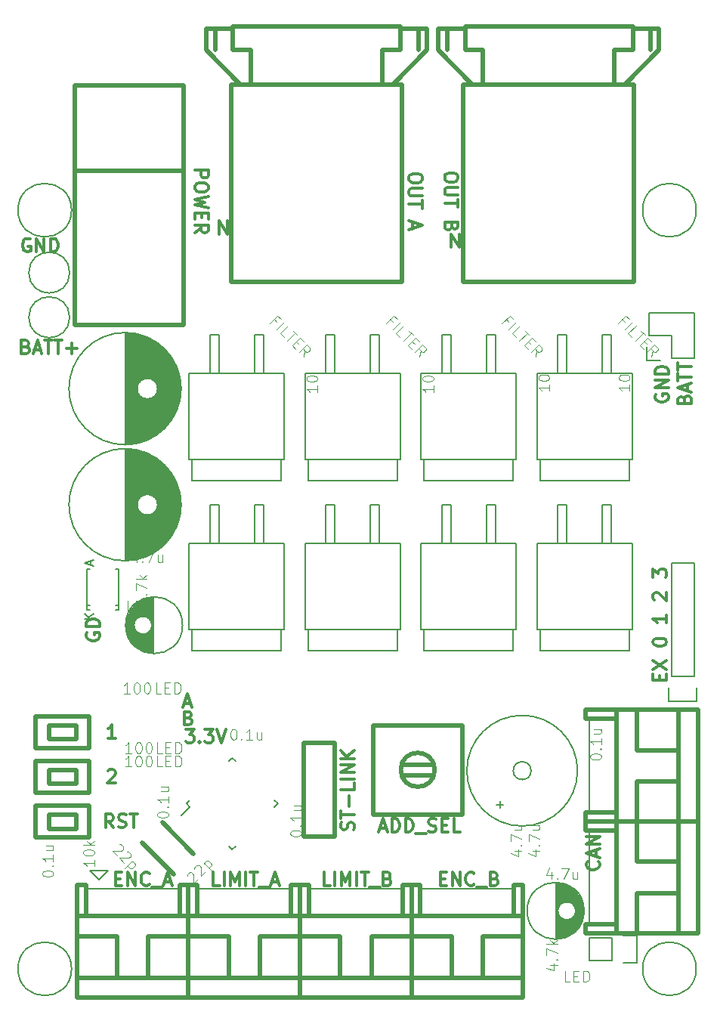
<source format=gbr>
G04 #@! TF.FileFunction,Legend,Top*
%FSLAX46Y46*%
G04 Gerber Fmt 4.6, Leading zero omitted, Abs format (unit mm)*
G04 Created by KiCad (PCBNEW 4.0.4-stable) date 11/07/16 11:26:06*
%MOMM*%
%LPD*%
G01*
G04 APERTURE LIST*
%ADD10C,0.100000*%
%ADD11C,0.300000*%
%ADD12C,0.200000*%
%ADD13C,0.500000*%
%ADD14C,0.150000*%
%ADD15C,0.101600*%
G04 APERTURE END LIST*
D10*
D11*
X65035714Y-77964285D02*
X65107143Y-78035714D01*
X65178571Y-78250000D01*
X65178571Y-78392857D01*
X65107143Y-78607142D01*
X64964286Y-78750000D01*
X64821429Y-78821428D01*
X64535714Y-78892857D01*
X64321429Y-78892857D01*
X64035714Y-78821428D01*
X63892857Y-78750000D01*
X63750000Y-78607142D01*
X63678571Y-78392857D01*
X63678571Y-78250000D01*
X63750000Y-78035714D01*
X63821429Y-77964285D01*
X64750000Y-77392857D02*
X64750000Y-76678571D01*
X65178571Y-77535714D02*
X63678571Y-77035714D01*
X65178571Y-76535714D01*
X65178571Y-76035714D02*
X63678571Y-76035714D01*
X65178571Y-75178571D01*
X63678571Y-75178571D01*
X71475000Y-25642857D02*
X71403571Y-25785714D01*
X71403571Y-26000000D01*
X71475000Y-26214285D01*
X71617857Y-26357143D01*
X71760714Y-26428571D01*
X72046429Y-26500000D01*
X72260714Y-26500000D01*
X72546429Y-26428571D01*
X72689286Y-26357143D01*
X72832143Y-26214285D01*
X72903571Y-26000000D01*
X72903571Y-25857143D01*
X72832143Y-25642857D01*
X72760714Y-25571428D01*
X72260714Y-25571428D01*
X72260714Y-25857143D01*
X72903571Y-24928571D02*
X71403571Y-24928571D01*
X72903571Y-24071428D01*
X71403571Y-24071428D01*
X72903571Y-23357142D02*
X71403571Y-23357142D01*
X71403571Y-22999999D01*
X71475000Y-22785714D01*
X71617857Y-22642856D01*
X71760714Y-22571428D01*
X72046429Y-22499999D01*
X72260714Y-22499999D01*
X72546429Y-22571428D01*
X72689286Y-22642856D01*
X72832143Y-22785714D01*
X72903571Y-22999999D01*
X72903571Y-23357142D01*
X74667857Y-26178571D02*
X74739286Y-25964285D01*
X74810714Y-25892857D01*
X74953571Y-25821428D01*
X75167857Y-25821428D01*
X75310714Y-25892857D01*
X75382143Y-25964285D01*
X75453571Y-26107143D01*
X75453571Y-26678571D01*
X73953571Y-26678571D01*
X73953571Y-26178571D01*
X74025000Y-26035714D01*
X74096429Y-25964285D01*
X74239286Y-25892857D01*
X74382143Y-25892857D01*
X74525000Y-25964285D01*
X74596429Y-26035714D01*
X74667857Y-26178571D01*
X74667857Y-26678571D01*
X75025000Y-25250000D02*
X75025000Y-24535714D01*
X75453571Y-25392857D02*
X73953571Y-24892857D01*
X75453571Y-24392857D01*
X73953571Y-24107143D02*
X73953571Y-23250000D01*
X75453571Y-23678571D02*
X73953571Y-23678571D01*
X73953571Y-22964286D02*
X73953571Y-22107143D01*
X75453571Y-22535714D02*
X73953571Y-22535714D01*
X71892857Y-57678570D02*
X71892857Y-57178570D01*
X72678571Y-56964284D02*
X72678571Y-57678570D01*
X71178571Y-57678570D01*
X71178571Y-56964284D01*
X71178571Y-56464284D02*
X72678571Y-55464284D01*
X71178571Y-55464284D02*
X72678571Y-56464284D01*
X71178571Y-53464285D02*
X71178571Y-53321428D01*
X71250000Y-53178571D01*
X71321429Y-53107142D01*
X71464286Y-53035713D01*
X71750000Y-52964285D01*
X72107143Y-52964285D01*
X72392857Y-53035713D01*
X72535714Y-53107142D01*
X72607143Y-53178571D01*
X72678571Y-53321428D01*
X72678571Y-53464285D01*
X72607143Y-53607142D01*
X72535714Y-53678571D01*
X72392857Y-53749999D01*
X72107143Y-53821428D01*
X71750000Y-53821428D01*
X71464286Y-53749999D01*
X71321429Y-53678571D01*
X71250000Y-53607142D01*
X71178571Y-53464285D01*
X72678571Y-50392857D02*
X72678571Y-51250000D01*
X72678571Y-50821428D02*
X71178571Y-50821428D01*
X71392857Y-50964285D01*
X71535714Y-51107143D01*
X71607143Y-51250000D01*
X71321429Y-48678572D02*
X71250000Y-48607143D01*
X71178571Y-48464286D01*
X71178571Y-48107143D01*
X71250000Y-47964286D01*
X71321429Y-47892857D01*
X71464286Y-47821429D01*
X71607143Y-47821429D01*
X71821429Y-47892857D01*
X72678571Y-48750000D01*
X72678571Y-47821429D01*
X71178571Y-46178572D02*
X71178571Y-45250001D01*
X71750000Y-45750001D01*
X71750000Y-45535715D01*
X71821429Y-45392858D01*
X71892857Y-45321429D01*
X72035714Y-45250001D01*
X72392857Y-45250001D01*
X72535714Y-45321429D01*
X72607143Y-45392858D01*
X72678571Y-45535715D01*
X72678571Y-45964287D01*
X72607143Y-46107144D01*
X72535714Y-46178572D01*
X18785715Y-63178571D02*
X19714286Y-63178571D01*
X19214286Y-63750000D01*
X19428572Y-63750000D01*
X19571429Y-63821429D01*
X19642858Y-63892857D01*
X19714286Y-64035714D01*
X19714286Y-64392857D01*
X19642858Y-64535714D01*
X19571429Y-64607143D01*
X19428572Y-64678571D01*
X19000000Y-64678571D01*
X18857143Y-64607143D01*
X18785715Y-64535714D01*
X20357143Y-64535714D02*
X20428571Y-64607143D01*
X20357143Y-64678571D01*
X20285714Y-64607143D01*
X20357143Y-64535714D01*
X20357143Y-64678571D01*
X20928572Y-63178571D02*
X21857143Y-63178571D01*
X21357143Y-63750000D01*
X21571429Y-63750000D01*
X21714286Y-63821429D01*
X21785715Y-63892857D01*
X21857143Y-64035714D01*
X21857143Y-64392857D01*
X21785715Y-64535714D01*
X21714286Y-64607143D01*
X21571429Y-64678571D01*
X21142857Y-64678571D01*
X21000000Y-64607143D01*
X20928572Y-64535714D01*
X22285714Y-63178571D02*
X22785714Y-64678571D01*
X23285714Y-63178571D01*
X19107143Y-61892857D02*
X19321429Y-61964286D01*
X19392857Y-62035714D01*
X19464286Y-62178571D01*
X19464286Y-62392857D01*
X19392857Y-62535714D01*
X19321429Y-62607143D01*
X19178571Y-62678571D01*
X18607143Y-62678571D01*
X18607143Y-61178571D01*
X19107143Y-61178571D01*
X19250000Y-61250000D01*
X19321429Y-61321429D01*
X19392857Y-61464286D01*
X19392857Y-61607143D01*
X19321429Y-61750000D01*
X19250000Y-61821429D01*
X19107143Y-61892857D01*
X18607143Y-61892857D01*
X18642857Y-60250000D02*
X19357143Y-60250000D01*
X18500000Y-60678571D02*
X19000000Y-59178571D01*
X19500000Y-60678571D01*
X10678572Y-74178571D02*
X10178572Y-73464286D01*
X9821429Y-74178571D02*
X9821429Y-72678571D01*
X10392857Y-72678571D01*
X10535715Y-72750000D01*
X10607143Y-72821429D01*
X10678572Y-72964286D01*
X10678572Y-73178571D01*
X10607143Y-73321429D01*
X10535715Y-73392857D01*
X10392857Y-73464286D01*
X9821429Y-73464286D01*
X11250000Y-74107143D02*
X11464286Y-74178571D01*
X11821429Y-74178571D01*
X11964286Y-74107143D01*
X12035715Y-74035714D01*
X12107143Y-73892857D01*
X12107143Y-73750000D01*
X12035715Y-73607143D01*
X11964286Y-73535714D01*
X11821429Y-73464286D01*
X11535715Y-73392857D01*
X11392857Y-73321429D01*
X11321429Y-73250000D01*
X11250000Y-73107143D01*
X11250000Y-72964286D01*
X11321429Y-72821429D01*
X11392857Y-72750000D01*
X11535715Y-72678571D01*
X11892857Y-72678571D01*
X12107143Y-72750000D01*
X12535714Y-72678571D02*
X13392857Y-72678571D01*
X12964286Y-74178571D02*
X12964286Y-72678571D01*
X10071429Y-67821429D02*
X10142858Y-67750000D01*
X10285715Y-67678571D01*
X10642858Y-67678571D01*
X10785715Y-67750000D01*
X10857144Y-67821429D01*
X10928572Y-67964286D01*
X10928572Y-68107143D01*
X10857144Y-68321429D01*
X10000001Y-69178571D01*
X10928572Y-69178571D01*
X10928572Y-64178571D02*
X10071429Y-64178571D01*
X10500001Y-64178571D02*
X10500001Y-62678571D01*
X10357144Y-62892857D01*
X10214286Y-63035714D01*
X10071429Y-63107143D01*
X37607143Y-74428572D02*
X37678571Y-74214286D01*
X37678571Y-73857143D01*
X37607143Y-73714286D01*
X37535714Y-73642857D01*
X37392857Y-73571429D01*
X37250000Y-73571429D01*
X37107143Y-73642857D01*
X37035714Y-73714286D01*
X36964286Y-73857143D01*
X36892857Y-74142857D01*
X36821429Y-74285715D01*
X36750000Y-74357143D01*
X36607143Y-74428572D01*
X36464286Y-74428572D01*
X36321429Y-74357143D01*
X36250000Y-74285715D01*
X36178571Y-74142857D01*
X36178571Y-73785715D01*
X36250000Y-73571429D01*
X36178571Y-73142858D02*
X36178571Y-72285715D01*
X37678571Y-72714286D02*
X36178571Y-72714286D01*
X37107143Y-71785715D02*
X37107143Y-70642858D01*
X37678571Y-69214286D02*
X37678571Y-69928572D01*
X36178571Y-69928572D01*
X37678571Y-68714286D02*
X36178571Y-68714286D01*
X37678571Y-68000000D02*
X36178571Y-68000000D01*
X37678571Y-67142857D01*
X36178571Y-67142857D01*
X37678571Y-66428571D02*
X36178571Y-66428571D01*
X37678571Y-65571428D02*
X36821429Y-66214285D01*
X36178571Y-65571428D02*
X37035714Y-66428571D01*
X40571429Y-74250000D02*
X41285715Y-74250000D01*
X40428572Y-74678571D02*
X40928572Y-73178571D01*
X41428572Y-74678571D01*
X41928572Y-74678571D02*
X41928572Y-73178571D01*
X42285715Y-73178571D01*
X42500000Y-73250000D01*
X42642858Y-73392857D01*
X42714286Y-73535714D01*
X42785715Y-73821429D01*
X42785715Y-74035714D01*
X42714286Y-74321429D01*
X42642858Y-74464286D01*
X42500000Y-74607143D01*
X42285715Y-74678571D01*
X41928572Y-74678571D01*
X43428572Y-74678571D02*
X43428572Y-73178571D01*
X43785715Y-73178571D01*
X44000000Y-73250000D01*
X44142858Y-73392857D01*
X44214286Y-73535714D01*
X44285715Y-73821429D01*
X44285715Y-74035714D01*
X44214286Y-74321429D01*
X44142858Y-74464286D01*
X44000000Y-74607143D01*
X43785715Y-74678571D01*
X43428572Y-74678571D01*
X44571429Y-74821429D02*
X45714286Y-74821429D01*
X46000000Y-74607143D02*
X46214286Y-74678571D01*
X46571429Y-74678571D01*
X46714286Y-74607143D01*
X46785715Y-74535714D01*
X46857143Y-74392857D01*
X46857143Y-74250000D01*
X46785715Y-74107143D01*
X46714286Y-74035714D01*
X46571429Y-73964286D01*
X46285715Y-73892857D01*
X46142857Y-73821429D01*
X46071429Y-73750000D01*
X46000000Y-73607143D01*
X46000000Y-73464286D01*
X46071429Y-73321429D01*
X46142857Y-73250000D01*
X46285715Y-73178571D01*
X46642857Y-73178571D01*
X46857143Y-73250000D01*
X47500000Y-73892857D02*
X48000000Y-73892857D01*
X48214286Y-74678571D02*
X47500000Y-74678571D01*
X47500000Y-73178571D01*
X48214286Y-73178571D01*
X49571429Y-74678571D02*
X48857143Y-74678571D01*
X48857143Y-73178571D01*
D12*
X18100000Y-81000000D02*
X7600000Y-81000000D01*
X30600000Y-81000000D02*
X20100000Y-81000000D01*
X43100000Y-81000000D02*
X32600000Y-81000000D01*
X55600000Y-81000000D02*
X45100000Y-81000000D01*
X64000000Y-74500000D02*
X64000000Y-85000000D01*
X64000000Y-62000000D02*
X64000000Y-72500000D01*
D11*
X892858Y-20292857D02*
X1107144Y-20364286D01*
X1178572Y-20435714D01*
X1250001Y-20578571D01*
X1250001Y-20792857D01*
X1178572Y-20935714D01*
X1107144Y-21007143D01*
X964286Y-21078571D01*
X392858Y-21078571D01*
X392858Y-19578571D01*
X892858Y-19578571D01*
X1035715Y-19650000D01*
X1107144Y-19721429D01*
X1178572Y-19864286D01*
X1178572Y-20007143D01*
X1107144Y-20150000D01*
X1035715Y-20221429D01*
X892858Y-20292857D01*
X392858Y-20292857D01*
X1821429Y-20650000D02*
X2535715Y-20650000D01*
X1678572Y-21078571D02*
X2178572Y-19578571D01*
X2678572Y-21078571D01*
X2964286Y-19578571D02*
X3821429Y-19578571D01*
X3392858Y-21078571D02*
X3392858Y-19578571D01*
X4107143Y-19578571D02*
X4964286Y-19578571D01*
X4535715Y-21078571D02*
X4535715Y-19578571D01*
X5464286Y-20507143D02*
X6607143Y-20507143D01*
X6035714Y-21078571D02*
X6035714Y-19935714D01*
X1357143Y-8250000D02*
X1214286Y-8178571D01*
X1000000Y-8178571D01*
X785715Y-8250000D01*
X642857Y-8392857D01*
X571429Y-8535714D01*
X500000Y-8821429D01*
X500000Y-9035714D01*
X571429Y-9321429D01*
X642857Y-9464286D01*
X785715Y-9607143D01*
X1000000Y-9678571D01*
X1142857Y-9678571D01*
X1357143Y-9607143D01*
X1428572Y-9535714D01*
X1428572Y-9035714D01*
X1142857Y-9035714D01*
X2071429Y-9678571D02*
X2071429Y-8178571D01*
X2928572Y-9678571D01*
X2928572Y-8178571D01*
X3642858Y-9678571D02*
X3642858Y-8178571D01*
X4000001Y-8178571D01*
X4214286Y-8250000D01*
X4357144Y-8392857D01*
X4428572Y-8535714D01*
X4500001Y-8821429D01*
X4500001Y-9035714D01*
X4428572Y-9321429D01*
X4357144Y-9464286D01*
X4214286Y-9607143D01*
X4000001Y-9678571D01*
X3642858Y-9678571D01*
X7750000Y-52357143D02*
X7678571Y-52500000D01*
X7678571Y-52714286D01*
X7750000Y-52928571D01*
X7892857Y-53071429D01*
X8035714Y-53142857D01*
X8321429Y-53214286D01*
X8535714Y-53214286D01*
X8821429Y-53142857D01*
X8964286Y-53071429D01*
X9107143Y-52928571D01*
X9178571Y-52714286D01*
X9178571Y-52571429D01*
X9107143Y-52357143D01*
X9035714Y-52285714D01*
X8535714Y-52285714D01*
X8535714Y-52571429D01*
X9178571Y-51642857D02*
X7678571Y-51642857D01*
X7678571Y-51285714D01*
X7750000Y-51071429D01*
X7892857Y-50928571D01*
X8035714Y-50857143D01*
X8321429Y-50785714D01*
X8535714Y-50785714D01*
X8821429Y-50857143D01*
X8964286Y-50928571D01*
X9107143Y-51071429D01*
X9178571Y-51285714D01*
X9178571Y-51642857D01*
X48571429Y-9178571D02*
X48571429Y-7678571D01*
X49428572Y-9178571D01*
X49428572Y-7678571D01*
X22571429Y-7678571D02*
X22571429Y-6178571D01*
X23428572Y-7678571D01*
X23428572Y-6178571D01*
D12*
X10100000Y-79000000D02*
X8100000Y-79000000D01*
X9100000Y-80000000D02*
X10100000Y-79000000D01*
X8100000Y-79000000D02*
X9100000Y-80000000D01*
D11*
X10928572Y-79892857D02*
X11428572Y-79892857D01*
X11642858Y-80678571D02*
X10928572Y-80678571D01*
X10928572Y-79178571D01*
X11642858Y-79178571D01*
X12285715Y-80678571D02*
X12285715Y-79178571D01*
X13142858Y-80678571D01*
X13142858Y-79178571D01*
X14714287Y-80535714D02*
X14642858Y-80607143D01*
X14428572Y-80678571D01*
X14285715Y-80678571D01*
X14071430Y-80607143D01*
X13928572Y-80464286D01*
X13857144Y-80321429D01*
X13785715Y-80035714D01*
X13785715Y-79821429D01*
X13857144Y-79535714D01*
X13928572Y-79392857D01*
X14071430Y-79250000D01*
X14285715Y-79178571D01*
X14428572Y-79178571D01*
X14642858Y-79250000D01*
X14714287Y-79321429D01*
X15000001Y-80821429D02*
X16142858Y-80821429D01*
X16428572Y-80250000D02*
X17142858Y-80250000D01*
X16285715Y-80678571D02*
X16785715Y-79178571D01*
X17285715Y-80678571D01*
X47321429Y-79892857D02*
X47821429Y-79892857D01*
X48035715Y-80678571D02*
X47321429Y-80678571D01*
X47321429Y-79178571D01*
X48035715Y-79178571D01*
X48678572Y-80678571D02*
X48678572Y-79178571D01*
X49535715Y-80678571D01*
X49535715Y-79178571D01*
X51107144Y-80535714D02*
X51035715Y-80607143D01*
X50821429Y-80678571D01*
X50678572Y-80678571D01*
X50464287Y-80607143D01*
X50321429Y-80464286D01*
X50250001Y-80321429D01*
X50178572Y-80035714D01*
X50178572Y-79821429D01*
X50250001Y-79535714D01*
X50321429Y-79392857D01*
X50464287Y-79250000D01*
X50678572Y-79178571D01*
X50821429Y-79178571D01*
X51035715Y-79250000D01*
X51107144Y-79321429D01*
X51392858Y-80821429D02*
X52535715Y-80821429D01*
X53392858Y-79892857D02*
X53607144Y-79964286D01*
X53678572Y-80035714D01*
X53750001Y-80178571D01*
X53750001Y-80392857D01*
X53678572Y-80535714D01*
X53607144Y-80607143D01*
X53464286Y-80678571D01*
X52892858Y-80678571D01*
X52892858Y-79178571D01*
X53392858Y-79178571D01*
X53535715Y-79250000D01*
X53607144Y-79321429D01*
X53678572Y-79464286D01*
X53678572Y-79607143D01*
X53607144Y-79750000D01*
X53535715Y-79821429D01*
X53392858Y-79892857D01*
X52892858Y-79892857D01*
X35000000Y-80678571D02*
X34285714Y-80678571D01*
X34285714Y-79178571D01*
X35500000Y-80678571D02*
X35500000Y-79178571D01*
X36214286Y-80678571D02*
X36214286Y-79178571D01*
X36714286Y-80250000D01*
X37214286Y-79178571D01*
X37214286Y-80678571D01*
X37928572Y-80678571D02*
X37928572Y-79178571D01*
X38428572Y-79178571D02*
X39285715Y-79178571D01*
X38857144Y-80678571D02*
X38857144Y-79178571D01*
X39428572Y-80821429D02*
X40571429Y-80821429D01*
X41428572Y-79892857D02*
X41642858Y-79964286D01*
X41714286Y-80035714D01*
X41785715Y-80178571D01*
X41785715Y-80392857D01*
X41714286Y-80535714D01*
X41642858Y-80607143D01*
X41500000Y-80678571D01*
X40928572Y-80678571D01*
X40928572Y-79178571D01*
X41428572Y-79178571D01*
X41571429Y-79250000D01*
X41642858Y-79321429D01*
X41714286Y-79464286D01*
X41714286Y-79607143D01*
X41642858Y-79750000D01*
X41571429Y-79821429D01*
X41428572Y-79892857D01*
X40928572Y-79892857D01*
X22607143Y-80678571D02*
X21892857Y-80678571D01*
X21892857Y-79178571D01*
X23107143Y-80678571D02*
X23107143Y-79178571D01*
X23821429Y-80678571D02*
X23821429Y-79178571D01*
X24321429Y-80250000D01*
X24821429Y-79178571D01*
X24821429Y-80678571D01*
X25535715Y-80678571D02*
X25535715Y-79178571D01*
X26035715Y-79178571D02*
X26892858Y-79178571D01*
X26464287Y-80678571D02*
X26464287Y-79178571D01*
X27035715Y-80821429D02*
X28178572Y-80821429D01*
X28464286Y-80250000D02*
X29178572Y-80250000D01*
X28321429Y-80678571D02*
X28821429Y-79178571D01*
X29321429Y-80678571D01*
D12*
X6000000Y-90000000D02*
G75*
G03X6000000Y-90000000I-3000000J0D01*
G01*
X76000000Y-90000000D02*
G75*
G03X76000000Y-90000000I-3000000J0D01*
G01*
X76000000Y-5000000D02*
G75*
G03X76000000Y-5000000I-3000000J0D01*
G01*
X6000000Y-5000000D02*
G75*
G03X6000000Y-5000000I-3000000J0D01*
G01*
D11*
X19821429Y-535714D02*
X21321429Y-535714D01*
X21321429Y-1107142D01*
X21250000Y-1250000D01*
X21178571Y-1321428D01*
X21035714Y-1392857D01*
X20821429Y-1392857D01*
X20678571Y-1321428D01*
X20607143Y-1250000D01*
X20535714Y-1107142D01*
X20535714Y-535714D01*
X21321429Y-2321428D02*
X21321429Y-2607142D01*
X21250000Y-2750000D01*
X21107143Y-2892857D01*
X20821429Y-2964285D01*
X20321429Y-2964285D01*
X20035714Y-2892857D01*
X19892857Y-2750000D01*
X19821429Y-2607142D01*
X19821429Y-2321428D01*
X19892857Y-2178571D01*
X20035714Y-2035714D01*
X20321429Y-1964285D01*
X20821429Y-1964285D01*
X21107143Y-2035714D01*
X21250000Y-2178571D01*
X21321429Y-2321428D01*
X21321429Y-3464286D02*
X19821429Y-3821429D01*
X20892857Y-4107143D01*
X19821429Y-4392857D01*
X21321429Y-4750000D01*
X20607143Y-5321429D02*
X20607143Y-5821429D01*
X19821429Y-6035715D02*
X19821429Y-5321429D01*
X21321429Y-5321429D01*
X21321429Y-6035715D01*
X19821429Y-7535715D02*
X20535714Y-7035715D01*
X19821429Y-6678572D02*
X21321429Y-6678572D01*
X21321429Y-7250000D01*
X21250000Y-7392858D01*
X21178571Y-7464286D01*
X21035714Y-7535715D01*
X20821429Y-7535715D01*
X20678571Y-7464286D01*
X20607143Y-7392858D01*
X20535714Y-7250000D01*
X20535714Y-6678572D01*
X49321429Y-1178571D02*
X49321429Y-1464285D01*
X49250000Y-1607143D01*
X49107143Y-1750000D01*
X48821429Y-1821428D01*
X48321429Y-1821428D01*
X48035714Y-1750000D01*
X47892857Y-1607143D01*
X47821429Y-1464285D01*
X47821429Y-1178571D01*
X47892857Y-1035714D01*
X48035714Y-892857D01*
X48321429Y-821428D01*
X48821429Y-821428D01*
X49107143Y-892857D01*
X49250000Y-1035714D01*
X49321429Y-1178571D01*
X49321429Y-2464286D02*
X48107143Y-2464286D01*
X47964286Y-2535714D01*
X47892857Y-2607143D01*
X47821429Y-2750000D01*
X47821429Y-3035714D01*
X47892857Y-3178572D01*
X47964286Y-3250000D01*
X48107143Y-3321429D01*
X49321429Y-3321429D01*
X49321429Y-3821429D02*
X49321429Y-4678572D01*
X47821429Y-4250001D02*
X49321429Y-4250001D01*
X48607143Y-6821429D02*
X48535714Y-7035715D01*
X48464286Y-7107143D01*
X48321429Y-7178572D01*
X48107143Y-7178572D01*
X47964286Y-7107143D01*
X47892857Y-7035715D01*
X47821429Y-6892857D01*
X47821429Y-6321429D01*
X49321429Y-6321429D01*
X49321429Y-6821429D01*
X49250000Y-6964286D01*
X49178571Y-7035715D01*
X49035714Y-7107143D01*
X48892857Y-7107143D01*
X48750000Y-7035715D01*
X48678571Y-6964286D01*
X48607143Y-6821429D01*
X48607143Y-6321429D01*
X45321429Y-1285714D02*
X45321429Y-1571428D01*
X45250000Y-1714286D01*
X45107143Y-1857143D01*
X44821429Y-1928571D01*
X44321429Y-1928571D01*
X44035714Y-1857143D01*
X43892857Y-1714286D01*
X43821429Y-1571428D01*
X43821429Y-1285714D01*
X43892857Y-1142857D01*
X44035714Y-1000000D01*
X44321429Y-928571D01*
X44821429Y-928571D01*
X45107143Y-1000000D01*
X45250000Y-1142857D01*
X45321429Y-1285714D01*
X45321429Y-2571429D02*
X44107143Y-2571429D01*
X43964286Y-2642857D01*
X43892857Y-2714286D01*
X43821429Y-2857143D01*
X43821429Y-3142857D01*
X43892857Y-3285715D01*
X43964286Y-3357143D01*
X44107143Y-3428572D01*
X45321429Y-3428572D01*
X45321429Y-3928572D02*
X45321429Y-4785715D01*
X43821429Y-4357144D02*
X45321429Y-4357144D01*
X44250000Y-6357143D02*
X44250000Y-7071429D01*
X43821429Y-6214286D02*
X45321429Y-6714286D01*
X43821429Y-7214286D01*
D13*
X13900862Y-75863604D02*
X17436396Y-79399138D01*
X19699138Y-77136396D02*
X16163604Y-73600862D01*
X63600000Y-61000000D02*
X63600000Y-62000000D01*
X63600000Y-62000000D02*
X67100000Y-62000000D01*
X63600000Y-73500000D02*
X63600000Y-72500000D01*
X63600000Y-72500000D02*
X67100000Y-72500000D01*
X67100000Y-61000000D02*
X67100000Y-73500000D01*
X69400000Y-65500000D02*
X69400000Y-61000000D01*
X69400000Y-69000000D02*
X69400000Y-73500000D01*
X69400000Y-65500000D02*
X74000000Y-65500000D01*
X69400000Y-69000000D02*
X74000000Y-69000000D01*
X74000000Y-73500000D02*
X74000000Y-61000000D01*
X63600000Y-61000000D02*
X76200000Y-61000000D01*
X76200000Y-61000000D02*
X76200000Y-73500000D01*
X63600000Y-73500000D02*
X76200000Y-73500000D01*
D14*
X12075000Y-18750000D02*
X12075000Y-31250000D01*
X12215000Y-18754000D02*
X12215000Y-31246000D01*
X12355000Y-18760000D02*
X12355000Y-31240000D01*
X12495000Y-18770000D02*
X12495000Y-31230000D01*
X12635000Y-18782000D02*
X12635000Y-31218000D01*
X12775000Y-18798000D02*
X12775000Y-31202000D01*
X12915000Y-18817000D02*
X12915000Y-31183000D01*
X13055000Y-18840000D02*
X13055000Y-31160000D01*
X13195000Y-18865000D02*
X13195000Y-31135000D01*
X13335000Y-18894000D02*
X13335000Y-31106000D01*
X13475000Y-18927000D02*
X13475000Y-24479000D01*
X13475000Y-25521000D02*
X13475000Y-31073000D01*
X13615000Y-18962000D02*
X13615000Y-24266000D01*
X13615000Y-25734000D02*
X13615000Y-31038000D01*
X13755000Y-19001000D02*
X13755000Y-24124000D01*
X13755000Y-25876000D02*
X13755000Y-30999000D01*
X13895000Y-19044000D02*
X13895000Y-24022000D01*
X13895000Y-25978000D02*
X13895000Y-30956000D01*
X14035000Y-19091000D02*
X14035000Y-23948000D01*
X14035000Y-26052000D02*
X14035000Y-30909000D01*
X14175000Y-19141000D02*
X14175000Y-23897000D01*
X14175000Y-26103000D02*
X14175000Y-30859000D01*
X14315000Y-19195000D02*
X14315000Y-23865000D01*
X14315000Y-26135000D02*
X14315000Y-30805000D01*
X14455000Y-19252000D02*
X14455000Y-23851000D01*
X14455000Y-26149000D02*
X14455000Y-30748000D01*
X14595000Y-19314000D02*
X14595000Y-23854000D01*
X14595000Y-26146000D02*
X14595000Y-30686000D01*
X14735000Y-19380000D02*
X14735000Y-23874000D01*
X14735000Y-26126000D02*
X14735000Y-30620000D01*
X14875000Y-19451000D02*
X14875000Y-23913000D01*
X14875000Y-26087000D02*
X14875000Y-30549000D01*
X15015000Y-19525000D02*
X15015000Y-23972000D01*
X15015000Y-26028000D02*
X15015000Y-30475000D01*
X15155000Y-19605000D02*
X15155000Y-24055000D01*
X15155000Y-25945000D02*
X15155000Y-30395000D01*
X15295000Y-19689000D02*
X15295000Y-24169000D01*
X15295000Y-25831000D02*
X15295000Y-30311000D01*
X15435000Y-19779000D02*
X15435000Y-24330000D01*
X15435000Y-25670000D02*
X15435000Y-30221000D01*
X15575000Y-19873000D02*
X15575000Y-24591000D01*
X15575000Y-25409000D02*
X15575000Y-30127000D01*
X15715000Y-19974000D02*
X15715000Y-30026000D01*
X15855000Y-20081000D02*
X15855000Y-29919000D01*
X15995000Y-20193000D02*
X15995000Y-29807000D01*
X16135000Y-20313000D02*
X16135000Y-29687000D01*
X16275000Y-20441000D02*
X16275000Y-29559000D01*
X16415000Y-20576000D02*
X16415000Y-29424000D01*
X16555000Y-20720000D02*
X16555000Y-29280000D01*
X16695000Y-20875000D02*
X16695000Y-29125000D01*
X16835000Y-21040000D02*
X16835000Y-28960000D01*
X16975000Y-21217000D02*
X16975000Y-28783000D01*
X17115000Y-21408000D02*
X17115000Y-28592000D01*
X17255000Y-21617000D02*
X17255000Y-28383000D01*
X17395000Y-21845000D02*
X17395000Y-28155000D01*
X17535000Y-22097000D02*
X17535000Y-27903000D01*
X17675000Y-22381000D02*
X17675000Y-27619000D01*
X17815000Y-22709000D02*
X17815000Y-27291000D01*
X17955000Y-23103000D02*
X17955000Y-26897000D01*
X18095000Y-23617000D02*
X18095000Y-26383000D01*
X18235000Y-24567000D02*
X18235000Y-25433000D01*
X15650000Y-25000000D02*
G75*
G03X15650000Y-25000000I-1150000J0D01*
G01*
X18287500Y-25000000D02*
G75*
G03X18287500Y-25000000I-6287500J0D01*
G01*
D13*
X31600000Y-80600000D02*
X30600000Y-80600000D01*
X30600000Y-80600000D02*
X30600000Y-84100000D01*
X19100000Y-80600000D02*
X20100000Y-80600000D01*
X20100000Y-80600000D02*
X20100000Y-84100000D01*
X31600000Y-84100000D02*
X19100000Y-84100000D01*
X27100000Y-86400000D02*
X31600000Y-86400000D01*
X23600000Y-86400000D02*
X19100000Y-86400000D01*
X27100000Y-86400000D02*
X27100000Y-91000000D01*
X23600000Y-86400000D02*
X23600000Y-91000000D01*
X19100000Y-91000000D02*
X31600000Y-91000000D01*
X31600000Y-80600000D02*
X31600000Y-93200000D01*
X31600000Y-93200000D02*
X19100000Y-93200000D01*
X19100000Y-80600000D02*
X19100000Y-93200000D01*
X44100000Y-80600000D02*
X43100000Y-80600000D01*
X43100000Y-80600000D02*
X43100000Y-84100000D01*
X31600000Y-80600000D02*
X32600000Y-80600000D01*
X32600000Y-80600000D02*
X32600000Y-84100000D01*
X44100000Y-84100000D02*
X31600000Y-84100000D01*
X39600000Y-86400000D02*
X44100000Y-86400000D01*
X36100000Y-86400000D02*
X31600000Y-86400000D01*
X39600000Y-86400000D02*
X39600000Y-91000000D01*
X36100000Y-86400000D02*
X36100000Y-91000000D01*
X31600000Y-91000000D02*
X44100000Y-91000000D01*
X44100000Y-80600000D02*
X44100000Y-93200000D01*
X44100000Y-93200000D02*
X31600000Y-93200000D01*
X31600000Y-80600000D02*
X31600000Y-93200000D01*
D14*
X29503800Y-51972300D02*
X29503800Y-54334500D01*
X29503800Y-54334500D02*
X19496200Y-54334500D01*
X19496200Y-54334500D02*
X19496200Y-51972300D01*
X21502800Y-37989600D02*
X21502800Y-42320300D01*
X22506100Y-37989600D02*
X21502800Y-37989600D01*
X22506100Y-42320300D02*
X22506100Y-37989600D01*
X27497200Y-42320300D02*
X27497200Y-37989600D01*
X27497200Y-37989600D02*
X26493900Y-37989600D01*
X26493900Y-37989600D02*
X26493900Y-42320300D01*
X29846700Y-51972300D02*
X19153300Y-51972300D01*
X19153300Y-51972300D02*
X19153300Y-42320300D01*
X19153300Y-42320300D02*
X29846700Y-42320300D01*
X29846700Y-42320300D02*
X29846700Y-51972300D01*
X18873476Y-71500000D02*
X19244707Y-71871231D01*
X24000000Y-66373476D02*
X24371231Y-66744707D01*
X29126524Y-71500000D02*
X28755293Y-71128769D01*
X24000000Y-76626524D02*
X23628769Y-76255293D01*
X18873476Y-71500000D02*
X19244707Y-71128769D01*
X24000000Y-76626524D02*
X24371231Y-76255293D01*
X29126524Y-71500000D02*
X28755293Y-71871231D01*
X24000000Y-66373476D02*
X23628769Y-66744707D01*
X19244707Y-71871231D02*
X18272435Y-72843503D01*
X60325000Y-80351000D02*
X60325000Y-86649000D01*
X60465000Y-80357000D02*
X60465000Y-86643000D01*
X60605000Y-80370000D02*
X60605000Y-83054000D01*
X60605000Y-83946000D02*
X60605000Y-86630000D01*
X60745000Y-80389000D02*
X60745000Y-82844000D01*
X60745000Y-84156000D02*
X60745000Y-86611000D01*
X60885000Y-80415000D02*
X60885000Y-82711000D01*
X60885000Y-84289000D02*
X60885000Y-86585000D01*
X61025000Y-80447000D02*
X61025000Y-82620000D01*
X61025000Y-84380000D02*
X61025000Y-86553000D01*
X61165000Y-80486000D02*
X61165000Y-82558000D01*
X61165000Y-84442000D02*
X61165000Y-86514000D01*
X61305000Y-80532000D02*
X61305000Y-82519000D01*
X61305000Y-84481000D02*
X61305000Y-86468000D01*
X61445000Y-80585000D02*
X61445000Y-82502000D01*
X61445000Y-84498000D02*
X61445000Y-86415000D01*
X61585000Y-80647000D02*
X61585000Y-82504000D01*
X61585000Y-84496000D02*
X61585000Y-86353000D01*
X61725000Y-80717000D02*
X61725000Y-82526000D01*
X61725000Y-84474000D02*
X61725000Y-86283000D01*
X61865000Y-80796000D02*
X61865000Y-82569000D01*
X61865000Y-84431000D02*
X61865000Y-86204000D01*
X62005000Y-80884000D02*
X62005000Y-82637000D01*
X62005000Y-84363000D02*
X62005000Y-86116000D01*
X62145000Y-80984000D02*
X62145000Y-82736000D01*
X62145000Y-84264000D02*
X62145000Y-86016000D01*
X62285000Y-81096000D02*
X62285000Y-82881000D01*
X62285000Y-84119000D02*
X62285000Y-85904000D01*
X62425000Y-81221000D02*
X62425000Y-83120000D01*
X62425000Y-83880000D02*
X62425000Y-85779000D01*
X62565000Y-81364000D02*
X62565000Y-85636000D01*
X62705000Y-81526000D02*
X62705000Y-85474000D01*
X62845000Y-81714000D02*
X62845000Y-85286000D01*
X62985000Y-81937000D02*
X62985000Y-85063000D01*
X63125000Y-82213000D02*
X63125000Y-84787000D01*
X63265000Y-82588000D02*
X63265000Y-84412000D01*
X62500000Y-83500000D02*
G75*
G03X62500000Y-83500000I-1000000J0D01*
G01*
X63437500Y-83500000D02*
G75*
G03X63437500Y-83500000I-3187500J0D01*
G01*
D13*
X63600000Y-73500000D02*
X63600000Y-74500000D01*
X63600000Y-74500000D02*
X67100000Y-74500000D01*
X63600000Y-86000000D02*
X63600000Y-85000000D01*
X63600000Y-85000000D02*
X67100000Y-85000000D01*
X67100000Y-73500000D02*
X67100000Y-86000000D01*
X69400000Y-78000000D02*
X69400000Y-73500000D01*
X69400000Y-81500000D02*
X69400000Y-86000000D01*
X69400000Y-78000000D02*
X74000000Y-78000000D01*
X69400000Y-81500000D02*
X74000000Y-81500000D01*
X74000000Y-86000000D02*
X74000000Y-73500000D01*
X63600000Y-73500000D02*
X76200000Y-73500000D01*
X76200000Y-73500000D02*
X76200000Y-86000000D01*
X63600000Y-86000000D02*
X76200000Y-86000000D01*
D14*
X55503800Y-51972300D02*
X55503800Y-54334500D01*
X55503800Y-54334500D02*
X45496200Y-54334500D01*
X45496200Y-54334500D02*
X45496200Y-51972300D01*
X47502800Y-37989600D02*
X47502800Y-42320300D01*
X48506100Y-37989600D02*
X47502800Y-37989600D01*
X48506100Y-42320300D02*
X48506100Y-37989600D01*
X53497200Y-42320300D02*
X53497200Y-37989600D01*
X53497200Y-37989600D02*
X52493900Y-37989600D01*
X52493900Y-37989600D02*
X52493900Y-42320300D01*
X55846700Y-51972300D02*
X45153300Y-51972300D01*
X45153300Y-51972300D02*
X45153300Y-42320300D01*
X45153300Y-42320300D02*
X55846700Y-42320300D01*
X55846700Y-42320300D02*
X55846700Y-51972300D01*
X66530000Y-89070000D02*
X63990000Y-89070000D01*
X69350000Y-89350000D02*
X67800000Y-89350000D01*
X66530000Y-89070000D02*
X66530000Y-86530000D01*
X67800000Y-86250000D02*
X69350000Y-86250000D01*
X69350000Y-86250000D02*
X69350000Y-89350000D01*
X66530000Y-86530000D02*
X63990000Y-86530000D01*
X63990000Y-86530000D02*
X63990000Y-89070000D01*
X42503800Y-51972300D02*
X42503800Y-54334500D01*
X42503800Y-54334500D02*
X32496200Y-54334500D01*
X32496200Y-54334500D02*
X32496200Y-51972300D01*
X34502800Y-37989600D02*
X34502800Y-42320300D01*
X35506100Y-37989600D02*
X34502800Y-37989600D01*
X35506100Y-42320300D02*
X35506100Y-37989600D01*
X40497200Y-42320300D02*
X40497200Y-37989600D01*
X40497200Y-37989600D02*
X39493900Y-37989600D01*
X39493900Y-37989600D02*
X39493900Y-42320300D01*
X42846700Y-51972300D02*
X32153300Y-51972300D01*
X32153300Y-51972300D02*
X32153300Y-42320300D01*
X32153300Y-42320300D02*
X42846700Y-42320300D01*
X42846700Y-42320300D02*
X42846700Y-51972300D01*
X42503800Y-32972300D02*
X42503800Y-35334500D01*
X42503800Y-35334500D02*
X32496200Y-35334500D01*
X32496200Y-35334500D02*
X32496200Y-32972300D01*
X34502800Y-18989600D02*
X34502800Y-23320300D01*
X35506100Y-18989600D02*
X34502800Y-18989600D01*
X35506100Y-23320300D02*
X35506100Y-18989600D01*
X40497200Y-23320300D02*
X40497200Y-18989600D01*
X40497200Y-18989600D02*
X39493900Y-18989600D01*
X39493900Y-18989600D02*
X39493900Y-23320300D01*
X42846700Y-32972300D02*
X32153300Y-32972300D01*
X32153300Y-32972300D02*
X32153300Y-23320300D01*
X32153300Y-23320300D02*
X42846700Y-23320300D01*
X42846700Y-23320300D02*
X42846700Y-32972300D01*
X29503800Y-32972300D02*
X29503800Y-35334500D01*
X29503800Y-35334500D02*
X19496200Y-35334500D01*
X19496200Y-35334500D02*
X19496200Y-32972300D01*
X21502800Y-18989600D02*
X21502800Y-23320300D01*
X22506100Y-18989600D02*
X21502800Y-18989600D01*
X22506100Y-23320300D02*
X22506100Y-18989600D01*
X27497200Y-23320300D02*
X27497200Y-18989600D01*
X27497200Y-18989600D02*
X26493900Y-18989600D01*
X26493900Y-18989600D02*
X26493900Y-23320300D01*
X29846700Y-32972300D02*
X19153300Y-32972300D01*
X19153300Y-32972300D02*
X19153300Y-23320300D01*
X19153300Y-23320300D02*
X29846700Y-23320300D01*
X29846700Y-23320300D02*
X29846700Y-32972300D01*
X68503800Y-51972300D02*
X68503800Y-54334500D01*
X68503800Y-54334500D02*
X58496200Y-54334500D01*
X58496200Y-54334500D02*
X58496200Y-51972300D01*
X60502800Y-37989600D02*
X60502800Y-42320300D01*
X61506100Y-37989600D02*
X60502800Y-37989600D01*
X61506100Y-42320300D02*
X61506100Y-37989600D01*
X66497200Y-42320300D02*
X66497200Y-37989600D01*
X66497200Y-37989600D02*
X65493900Y-37989600D01*
X65493900Y-37989600D02*
X65493900Y-42320300D01*
X68846700Y-51972300D02*
X58153300Y-51972300D01*
X58153300Y-51972300D02*
X58153300Y-42320300D01*
X58153300Y-42320300D02*
X68846700Y-42320300D01*
X68846700Y-42320300D02*
X68846700Y-51972300D01*
X68503800Y-32972300D02*
X68503800Y-35334500D01*
X68503800Y-35334500D02*
X58496200Y-35334500D01*
X58496200Y-35334500D02*
X58496200Y-32972300D01*
X60502800Y-18989600D02*
X60502800Y-23320300D01*
X61506100Y-18989600D02*
X60502800Y-18989600D01*
X61506100Y-23320300D02*
X61506100Y-18989600D01*
X66497200Y-23320300D02*
X66497200Y-18989600D01*
X66497200Y-18989600D02*
X65493900Y-18989600D01*
X65493900Y-18989600D02*
X65493900Y-23320300D01*
X68846700Y-32972300D02*
X58153300Y-32972300D01*
X58153300Y-32972300D02*
X58153300Y-23320300D01*
X58153300Y-23320300D02*
X68846700Y-23320300D01*
X68846700Y-23320300D02*
X68846700Y-32972300D01*
X55503800Y-32972300D02*
X55503800Y-35334500D01*
X55503800Y-35334500D02*
X45496200Y-35334500D01*
X45496200Y-35334500D02*
X45496200Y-32972300D01*
X47502800Y-18989600D02*
X47502800Y-23320300D01*
X48506100Y-18989600D02*
X47502800Y-18989600D01*
X48506100Y-23320300D02*
X48506100Y-18989600D01*
X53497200Y-23320300D02*
X53497200Y-18989600D01*
X53497200Y-18989600D02*
X52493900Y-18989600D01*
X52493900Y-18989600D02*
X52493900Y-23320300D01*
X55846700Y-32972300D02*
X45153300Y-32972300D01*
X45153300Y-32972300D02*
X45153300Y-23320300D01*
X45153300Y-23320300D02*
X55846700Y-23320300D01*
X55846700Y-23320300D02*
X55846700Y-32972300D01*
D13*
X18600000Y-600000D02*
X6400000Y-600000D01*
X18600000Y-17900000D02*
X18600000Y9000000D01*
X18600000Y9000000D02*
X6400000Y9000000D01*
X6400000Y9000000D02*
X6400000Y-17900000D01*
X6400000Y-17900000D02*
X18600000Y-17900000D01*
X32000000Y-75200000D02*
X35500000Y-75200000D01*
X32000000Y-64700000D02*
X32000000Y-75200000D01*
X35500000Y-64700000D02*
X35500000Y-75200000D01*
X35500000Y-64700000D02*
X32000000Y-64700000D01*
X43000000Y-68300000D02*
X46600000Y-68300000D01*
X46600000Y-67100000D02*
X43000000Y-67100000D01*
X46700000Y-67700000D02*
G75*
G03X46700000Y-67700000I-1900000J0D01*
G01*
X39800000Y-62700000D02*
X39800000Y-72700000D01*
X39800000Y-72700000D02*
X49800000Y-72700000D01*
X49800000Y-72700000D02*
X49800000Y-62700000D01*
X49800000Y-62700000D02*
X39800000Y-62700000D01*
D14*
X12075000Y-31750000D02*
X12075000Y-44250000D01*
X12215000Y-31754000D02*
X12215000Y-44246000D01*
X12355000Y-31760000D02*
X12355000Y-44240000D01*
X12495000Y-31770000D02*
X12495000Y-44230000D01*
X12635000Y-31782000D02*
X12635000Y-44218000D01*
X12775000Y-31798000D02*
X12775000Y-44202000D01*
X12915000Y-31817000D02*
X12915000Y-44183000D01*
X13055000Y-31840000D02*
X13055000Y-44160000D01*
X13195000Y-31865000D02*
X13195000Y-44135000D01*
X13335000Y-31894000D02*
X13335000Y-44106000D01*
X13475000Y-31927000D02*
X13475000Y-37479000D01*
X13475000Y-38521000D02*
X13475000Y-44073000D01*
X13615000Y-31962000D02*
X13615000Y-37266000D01*
X13615000Y-38734000D02*
X13615000Y-44038000D01*
X13755000Y-32001000D02*
X13755000Y-37124000D01*
X13755000Y-38876000D02*
X13755000Y-43999000D01*
X13895000Y-32044000D02*
X13895000Y-37022000D01*
X13895000Y-38978000D02*
X13895000Y-43956000D01*
X14035000Y-32091000D02*
X14035000Y-36948000D01*
X14035000Y-39052000D02*
X14035000Y-43909000D01*
X14175000Y-32141000D02*
X14175000Y-36897000D01*
X14175000Y-39103000D02*
X14175000Y-43859000D01*
X14315000Y-32195000D02*
X14315000Y-36865000D01*
X14315000Y-39135000D02*
X14315000Y-43805000D01*
X14455000Y-32252000D02*
X14455000Y-36851000D01*
X14455000Y-39149000D02*
X14455000Y-43748000D01*
X14595000Y-32314000D02*
X14595000Y-36854000D01*
X14595000Y-39146000D02*
X14595000Y-43686000D01*
X14735000Y-32380000D02*
X14735000Y-36874000D01*
X14735000Y-39126000D02*
X14735000Y-43620000D01*
X14875000Y-32451000D02*
X14875000Y-36913000D01*
X14875000Y-39087000D02*
X14875000Y-43549000D01*
X15015000Y-32525000D02*
X15015000Y-36972000D01*
X15015000Y-39028000D02*
X15015000Y-43475000D01*
X15155000Y-32605000D02*
X15155000Y-37055000D01*
X15155000Y-38945000D02*
X15155000Y-43395000D01*
X15295000Y-32689000D02*
X15295000Y-37169000D01*
X15295000Y-38831000D02*
X15295000Y-43311000D01*
X15435000Y-32779000D02*
X15435000Y-37330000D01*
X15435000Y-38670000D02*
X15435000Y-43221000D01*
X15575000Y-32873000D02*
X15575000Y-37591000D01*
X15575000Y-38409000D02*
X15575000Y-43127000D01*
X15715000Y-32974000D02*
X15715000Y-43026000D01*
X15855000Y-33081000D02*
X15855000Y-42919000D01*
X15995000Y-33193000D02*
X15995000Y-42807000D01*
X16135000Y-33313000D02*
X16135000Y-42687000D01*
X16275000Y-33441000D02*
X16275000Y-42559000D01*
X16415000Y-33576000D02*
X16415000Y-42424000D01*
X16555000Y-33720000D02*
X16555000Y-42280000D01*
X16695000Y-33875000D02*
X16695000Y-42125000D01*
X16835000Y-34040000D02*
X16835000Y-41960000D01*
X16975000Y-34217000D02*
X16975000Y-41783000D01*
X17115000Y-34408000D02*
X17115000Y-41592000D01*
X17255000Y-34617000D02*
X17255000Y-41383000D01*
X17395000Y-34845000D02*
X17395000Y-41155000D01*
X17535000Y-35097000D02*
X17535000Y-40903000D01*
X17675000Y-35381000D02*
X17675000Y-40619000D01*
X17815000Y-35709000D02*
X17815000Y-40291000D01*
X17955000Y-36103000D02*
X17955000Y-39897000D01*
X18095000Y-36617000D02*
X18095000Y-39383000D01*
X18235000Y-37567000D02*
X18235000Y-38433000D01*
X15650000Y-38000000D02*
G75*
G03X15650000Y-38000000I-1150000J0D01*
G01*
X18287500Y-38000000D02*
G75*
G03X18287500Y-38000000I-6287500J0D01*
G01*
X57500760Y-67800000D02*
G75*
G03X57500760Y-67800000I-1000760J0D01*
G01*
X62700140Y-67800000D02*
G75*
G03X62700140Y-67800000I-6200140J0D01*
G01*
D13*
X19100000Y-80600000D02*
X18100000Y-80600000D01*
X18100000Y-80600000D02*
X18100000Y-84100000D01*
X6600000Y-80600000D02*
X7600000Y-80600000D01*
X7600000Y-80600000D02*
X7600000Y-84100000D01*
X19100000Y-84100000D02*
X6600000Y-84100000D01*
X14600000Y-86400000D02*
X19100000Y-86400000D01*
X11100000Y-86400000D02*
X6600000Y-86400000D01*
X14600000Y-86400000D02*
X14600000Y-91000000D01*
X11100000Y-86400000D02*
X11100000Y-91000000D01*
X6600000Y-91000000D02*
X19100000Y-91000000D01*
X19100000Y-80600000D02*
X19100000Y-93200000D01*
X19100000Y-93200000D02*
X6600000Y-93200000D01*
X6600000Y-80600000D02*
X6600000Y-93200000D01*
X56600000Y-80600000D02*
X55600000Y-80600000D01*
X55600000Y-80600000D02*
X55600000Y-84100000D01*
X44100000Y-80600000D02*
X45100000Y-80600000D01*
X45100000Y-80600000D02*
X45100000Y-84100000D01*
X56600000Y-84100000D02*
X44100000Y-84100000D01*
X52100000Y-86400000D02*
X56600000Y-86400000D01*
X48600000Y-86400000D02*
X44100000Y-86400000D01*
X52100000Y-86400000D02*
X52100000Y-91000000D01*
X48600000Y-86400000D02*
X48600000Y-91000000D01*
X44100000Y-91000000D02*
X56600000Y-91000000D01*
X56600000Y-80600000D02*
X56600000Y-93200000D01*
X56600000Y-93200000D02*
X44100000Y-93200000D01*
X44100000Y-80600000D02*
X44100000Y-93200000D01*
D14*
X11250060Y-49299140D02*
X10899540Y-49299140D01*
X7749940Y-49299140D02*
X8100460Y-49299140D01*
X11250060Y-45249560D02*
X10899540Y-45249560D01*
X11250060Y-49750440D02*
X10899540Y-49750440D01*
X7749940Y-49750440D02*
X8100460Y-49750440D01*
X7749940Y-45249560D02*
X8100460Y-45249560D01*
X11250060Y-49750440D02*
X11250060Y-45249560D01*
X7749940Y-49750440D02*
X7749940Y-45249560D01*
D13*
X44900000Y12950000D02*
X44900000Y15350000D01*
X45800000Y15350000D02*
X45800000Y12950000D01*
X42900000Y15350000D02*
X45800000Y15350000D01*
X21100000Y15350000D02*
X21100000Y12950000D01*
X22100000Y12950000D02*
X22100000Y15350000D01*
X24100000Y15350000D02*
X21100000Y15350000D01*
X42900000Y15550000D02*
X24100000Y15550000D01*
X21100000Y12950000D02*
X24900000Y9050000D01*
X45800000Y12950000D02*
X42000000Y9050000D01*
X40800000Y12950000D02*
X40800000Y9050000D01*
X26100000Y12950000D02*
X26100000Y9050000D01*
X24100000Y12950000D02*
X26100000Y12950000D01*
X24100000Y12950000D02*
X24100000Y15550000D01*
X42900000Y12950000D02*
X40800000Y12950000D01*
X42900000Y12950000D02*
X42900000Y15550000D01*
X43000000Y-13050000D02*
X23900000Y-13050000D01*
X23900000Y-13050000D02*
X23900000Y9050000D01*
X23900000Y9050000D02*
X43000000Y9050000D01*
X43000000Y-13050000D02*
X43000000Y9050000D01*
X70900000Y12950000D02*
X70900000Y15350000D01*
X71800000Y15350000D02*
X71800000Y12950000D01*
X68900000Y15350000D02*
X71800000Y15350000D01*
X47100000Y15350000D02*
X47100000Y12950000D01*
X48100000Y12950000D02*
X48100000Y15350000D01*
X50100000Y15350000D02*
X47100000Y15350000D01*
X68900000Y15550000D02*
X50100000Y15550000D01*
X47100000Y12950000D02*
X50900000Y9050000D01*
X71800000Y12950000D02*
X68000000Y9050000D01*
X66800000Y12950000D02*
X66800000Y9050000D01*
X52100000Y12950000D02*
X52100000Y9050000D01*
X50100000Y12950000D02*
X52100000Y12950000D01*
X50100000Y12950000D02*
X50100000Y15550000D01*
X68900000Y12950000D02*
X66800000Y12950000D01*
X68900000Y12950000D02*
X68900000Y15550000D01*
X69000000Y-13050000D02*
X49900000Y-13050000D01*
X49900000Y-13050000D02*
X49900000Y9050000D01*
X49900000Y9050000D02*
X69000000Y9050000D01*
X69000000Y-13050000D02*
X69000000Y9050000D01*
D14*
X15175000Y-54649000D02*
X15175000Y-48351000D01*
X15035000Y-54643000D02*
X15035000Y-48357000D01*
X14895000Y-54630000D02*
X14895000Y-51946000D01*
X14895000Y-51054000D02*
X14895000Y-48370000D01*
X14755000Y-54611000D02*
X14755000Y-52156000D01*
X14755000Y-50844000D02*
X14755000Y-48389000D01*
X14615000Y-54585000D02*
X14615000Y-52289000D01*
X14615000Y-50711000D02*
X14615000Y-48415000D01*
X14475000Y-54553000D02*
X14475000Y-52380000D01*
X14475000Y-50620000D02*
X14475000Y-48447000D01*
X14335000Y-54514000D02*
X14335000Y-52442000D01*
X14335000Y-50558000D02*
X14335000Y-48486000D01*
X14195000Y-54468000D02*
X14195000Y-52481000D01*
X14195000Y-50519000D02*
X14195000Y-48532000D01*
X14055000Y-54415000D02*
X14055000Y-52498000D01*
X14055000Y-50502000D02*
X14055000Y-48585000D01*
X13915000Y-54353000D02*
X13915000Y-52496000D01*
X13915000Y-50504000D02*
X13915000Y-48647000D01*
X13775000Y-54283000D02*
X13775000Y-52474000D01*
X13775000Y-50526000D02*
X13775000Y-48717000D01*
X13635000Y-54204000D02*
X13635000Y-52431000D01*
X13635000Y-50569000D02*
X13635000Y-48796000D01*
X13495000Y-54116000D02*
X13495000Y-52363000D01*
X13495000Y-50637000D02*
X13495000Y-48884000D01*
X13355000Y-54016000D02*
X13355000Y-52264000D01*
X13355000Y-50736000D02*
X13355000Y-48984000D01*
X13215000Y-53904000D02*
X13215000Y-52119000D01*
X13215000Y-50881000D02*
X13215000Y-49096000D01*
X13075000Y-53779000D02*
X13075000Y-51880000D01*
X13075000Y-51120000D02*
X13075000Y-49221000D01*
X12935000Y-53636000D02*
X12935000Y-49364000D01*
X12795000Y-53474000D02*
X12795000Y-49526000D01*
X12655000Y-53286000D02*
X12655000Y-49714000D01*
X12515000Y-53063000D02*
X12515000Y-49937000D01*
X12375000Y-52787000D02*
X12375000Y-50213000D01*
X12235000Y-52412000D02*
X12235000Y-50588000D01*
X15000000Y-51500000D02*
G75*
G03X15000000Y-51500000I-1000000J0D01*
G01*
X18437500Y-51500000D02*
G75*
G03X18437500Y-51500000I-3187500J0D01*
G01*
D13*
X6500000Y-74300000D02*
X6500000Y-72700000D01*
X6500000Y-72700000D02*
X3500000Y-72700000D01*
X3500000Y-72700000D02*
X3500000Y-74300000D01*
X3500000Y-74300000D02*
X6500000Y-74300000D01*
X8000000Y-75300000D02*
X8000000Y-71700000D01*
X8000000Y-71700000D02*
X2000000Y-71700000D01*
X2000000Y-71700000D02*
X2000000Y-75300000D01*
X2000000Y-75300000D02*
X8000000Y-75300000D01*
X6500000Y-64300000D02*
X6500000Y-62700000D01*
X6500000Y-62700000D02*
X3500000Y-62700000D01*
X3500000Y-62700000D02*
X3500000Y-64300000D01*
X3500000Y-64300000D02*
X6500000Y-64300000D01*
X8000000Y-65300000D02*
X8000000Y-61700000D01*
X8000000Y-61700000D02*
X2000000Y-61700000D01*
X2000000Y-61700000D02*
X2000000Y-65300000D01*
X2000000Y-65300000D02*
X8000000Y-65300000D01*
X6500000Y-69300000D02*
X6500000Y-67700000D01*
X6500000Y-67700000D02*
X3500000Y-67700000D01*
X3500000Y-67700000D02*
X3500000Y-69300000D01*
X3500000Y-69300000D02*
X6500000Y-69300000D01*
X8000000Y-70300000D02*
X8000000Y-66700000D01*
X8000000Y-66700000D02*
X2000000Y-66700000D01*
X2000000Y-66700000D02*
X2000000Y-70300000D01*
X2000000Y-70300000D02*
X8000000Y-70300000D01*
D14*
X5786000Y-12000000D02*
G75*
G03X5786000Y-12000000I-2286000J0D01*
G01*
X5786000Y-17000000D02*
G75*
G03X5786000Y-17000000I-2286000J0D01*
G01*
X70450000Y-21850000D02*
X72000000Y-21850000D01*
X70450000Y-20300000D02*
X70450000Y-21850000D01*
X70450000Y-20300000D02*
X70450000Y-21850000D01*
X70730000Y-19030000D02*
X73270000Y-19030000D01*
X73270000Y-19030000D02*
X73270000Y-21570000D01*
X73270000Y-21570000D02*
X75810000Y-21570000D01*
X75810000Y-21570000D02*
X75810000Y-16490000D01*
X75810000Y-16490000D02*
X70730000Y-16490000D01*
X70730000Y-16490000D02*
X70730000Y-19030000D01*
X73230000Y-57230000D02*
X73230000Y-44530000D01*
X73230000Y-44530000D02*
X75770000Y-44530000D01*
X75770000Y-44530000D02*
X75770000Y-57230000D01*
X72950000Y-60050000D02*
X72950000Y-58500000D01*
X73230000Y-57230000D02*
X75770000Y-57230000D01*
X76050000Y-58500000D02*
X76050000Y-60050000D01*
X76050000Y-60050000D02*
X72950000Y-60050000D01*
D15*
X13304333Y-43638214D02*
X13304333Y-44442548D01*
X13017071Y-43178595D02*
X12729810Y-44040381D01*
X13476690Y-44040381D01*
X13936310Y-44327643D02*
X13993762Y-44385095D01*
X13936310Y-44442548D01*
X13878858Y-44385095D01*
X13936310Y-44327643D01*
X13936310Y-44442548D01*
X14395929Y-43236048D02*
X15200262Y-43236048D01*
X14683191Y-44442548D01*
X16176953Y-43638214D02*
X16176953Y-44442548D01*
X15659882Y-43638214D02*
X15659882Y-44270190D01*
X15717334Y-44385095D01*
X15832239Y-44442548D01*
X16004596Y-44442548D01*
X16119501Y-44385095D01*
X16176953Y-44327643D01*
X2736048Y-79382929D02*
X2736048Y-79268024D01*
X2793500Y-79153119D01*
X2850952Y-79095667D01*
X2965857Y-79038214D01*
X3195667Y-78980762D01*
X3482929Y-78980762D01*
X3712738Y-79038214D01*
X3827643Y-79095667D01*
X3885095Y-79153119D01*
X3942548Y-79268024D01*
X3942548Y-79382929D01*
X3885095Y-79497833D01*
X3827643Y-79555286D01*
X3712738Y-79612738D01*
X3482929Y-79670190D01*
X3195667Y-79670190D01*
X2965857Y-79612738D01*
X2850952Y-79555286D01*
X2793500Y-79497833D01*
X2736048Y-79382929D01*
X3827643Y-78463690D02*
X3885095Y-78406238D01*
X3942548Y-78463690D01*
X3885095Y-78521142D01*
X3827643Y-78463690D01*
X3942548Y-78463690D01*
X3942548Y-77257190D02*
X3942548Y-77946618D01*
X3942548Y-77601904D02*
X2736048Y-77601904D01*
X2908405Y-77716809D01*
X3023310Y-77831714D01*
X3080762Y-77946618D01*
X3138214Y-76223047D02*
X3942548Y-76223047D01*
X3138214Y-76740118D02*
X3770190Y-76740118D01*
X3885095Y-76682666D01*
X3942548Y-76567761D01*
X3942548Y-76395404D01*
X3885095Y-76280499D01*
X3827643Y-76223047D01*
X11375000Y-76050001D02*
X11456249Y-76050001D01*
X11578124Y-76090626D01*
X11781249Y-76293751D01*
X11821874Y-76415625D01*
X11821874Y-76496875D01*
X11781249Y-76618750D01*
X11699999Y-76700000D01*
X11537499Y-76781250D01*
X10562500Y-76781250D01*
X11090624Y-77309375D01*
X12187499Y-76862500D02*
X12268749Y-76862500D01*
X12390624Y-76903126D01*
X12593749Y-77106251D01*
X12634373Y-77228125D01*
X12634374Y-77309375D01*
X12593749Y-77431250D01*
X12512498Y-77512500D01*
X12349999Y-77593750D01*
X11374999Y-77593750D01*
X11903124Y-78121874D01*
X12837499Y-77918749D02*
X11984375Y-78771874D01*
X12796873Y-77959375D02*
X12918749Y-78000000D01*
X13081249Y-78162499D01*
X13121873Y-78284375D01*
X13121873Y-78365624D01*
X13081249Y-78487499D01*
X12837499Y-78731249D01*
X12715623Y-78771874D01*
X12634374Y-78771874D01*
X12512498Y-78731249D01*
X12349999Y-78568750D01*
X12309374Y-78446874D01*
X18950001Y-79625000D02*
X18950001Y-79543751D01*
X18990626Y-79421876D01*
X19193751Y-79218751D01*
X19315625Y-79178126D01*
X19396875Y-79178126D01*
X19518750Y-79218751D01*
X19600000Y-79300001D01*
X19681250Y-79462501D01*
X19681250Y-80437500D01*
X20209375Y-79909376D01*
X19762500Y-78812501D02*
X19762500Y-78731251D01*
X19803126Y-78609376D01*
X20006251Y-78406251D01*
X20128125Y-78365627D01*
X20209375Y-78365626D01*
X20331250Y-78406251D01*
X20412500Y-78487502D01*
X20493750Y-78650001D01*
X20493750Y-79625001D01*
X21021874Y-79096876D01*
X20818749Y-78162501D02*
X21671874Y-79015625D01*
X20859375Y-78203127D02*
X20900000Y-78081251D01*
X21062499Y-77918751D01*
X21184375Y-77878127D01*
X21265624Y-77878127D01*
X21387499Y-77918751D01*
X21631249Y-78162501D01*
X21671874Y-78284377D01*
X21671874Y-78365626D01*
X21631249Y-78487502D01*
X21468750Y-78650001D01*
X21346874Y-78690626D01*
X24117071Y-63136048D02*
X24231976Y-63136048D01*
X24346881Y-63193500D01*
X24404333Y-63250952D01*
X24461786Y-63365857D01*
X24519238Y-63595667D01*
X24519238Y-63882929D01*
X24461786Y-64112738D01*
X24404333Y-64227643D01*
X24346881Y-64285095D01*
X24231976Y-64342548D01*
X24117071Y-64342548D01*
X24002167Y-64285095D01*
X23944714Y-64227643D01*
X23887262Y-64112738D01*
X23829810Y-63882929D01*
X23829810Y-63595667D01*
X23887262Y-63365857D01*
X23944714Y-63250952D01*
X24002167Y-63193500D01*
X24117071Y-63136048D01*
X25036310Y-64227643D02*
X25093762Y-64285095D01*
X25036310Y-64342548D01*
X24978858Y-64285095D01*
X25036310Y-64227643D01*
X25036310Y-64342548D01*
X26242810Y-64342548D02*
X25553382Y-64342548D01*
X25898096Y-64342548D02*
X25898096Y-63136048D01*
X25783191Y-63308405D01*
X25668286Y-63423310D01*
X25553382Y-63480762D01*
X27276953Y-63538214D02*
X27276953Y-64342548D01*
X26759882Y-63538214D02*
X26759882Y-64170190D01*
X26817334Y-64285095D01*
X26932239Y-64342548D01*
X27104596Y-64342548D01*
X27219501Y-64285095D01*
X27276953Y-64227643D01*
X15636048Y-72782929D02*
X15636048Y-72668024D01*
X15693500Y-72553119D01*
X15750952Y-72495667D01*
X15865857Y-72438214D01*
X16095667Y-72380762D01*
X16382929Y-72380762D01*
X16612738Y-72438214D01*
X16727643Y-72495667D01*
X16785095Y-72553119D01*
X16842548Y-72668024D01*
X16842548Y-72782929D01*
X16785095Y-72897833D01*
X16727643Y-72955286D01*
X16612738Y-73012738D01*
X16382929Y-73070190D01*
X16095667Y-73070190D01*
X15865857Y-73012738D01*
X15750952Y-72955286D01*
X15693500Y-72897833D01*
X15636048Y-72782929D01*
X16727643Y-71863690D02*
X16785095Y-71806238D01*
X16842548Y-71863690D01*
X16785095Y-71921142D01*
X16727643Y-71863690D01*
X16842548Y-71863690D01*
X16842548Y-70657190D02*
X16842548Y-71346618D01*
X16842548Y-71001904D02*
X15636048Y-71001904D01*
X15808405Y-71116809D01*
X15923310Y-71231714D01*
X15980762Y-71346618D01*
X16038214Y-69623047D02*
X16842548Y-69623047D01*
X16038214Y-70140118D02*
X16670190Y-70140118D01*
X16785095Y-70082666D01*
X16842548Y-69967761D01*
X16842548Y-69795404D01*
X16785095Y-69680499D01*
X16727643Y-69623047D01*
X8542548Y-77780762D02*
X8542548Y-78470190D01*
X8542548Y-78125476D02*
X7336048Y-78125476D01*
X7508405Y-78240381D01*
X7623310Y-78355286D01*
X7680762Y-78470190D01*
X7336048Y-77033881D02*
X7336048Y-76918976D01*
X7393500Y-76804071D01*
X7450952Y-76746619D01*
X7565857Y-76689166D01*
X7795667Y-76631714D01*
X8082929Y-76631714D01*
X8312738Y-76689166D01*
X8427643Y-76746619D01*
X8485095Y-76804071D01*
X8542548Y-76918976D01*
X8542548Y-77033881D01*
X8485095Y-77148785D01*
X8427643Y-77206238D01*
X8312738Y-77263690D01*
X8082929Y-77321142D01*
X7795667Y-77321142D01*
X7565857Y-77263690D01*
X7450952Y-77206238D01*
X7393500Y-77148785D01*
X7336048Y-77033881D01*
X8542548Y-76114642D02*
X7336048Y-76114642D01*
X8082929Y-75999737D02*
X8542548Y-75655023D01*
X7738214Y-75655023D02*
X8197833Y-76114642D01*
X12719238Y-65842548D02*
X12029810Y-65842548D01*
X12374524Y-65842548D02*
X12374524Y-64636048D01*
X12259619Y-64808405D01*
X12144714Y-64923310D01*
X12029810Y-64980762D01*
X13466119Y-64636048D02*
X13581024Y-64636048D01*
X13695929Y-64693500D01*
X13753381Y-64750952D01*
X13810834Y-64865857D01*
X13868286Y-65095667D01*
X13868286Y-65382929D01*
X13810834Y-65612738D01*
X13753381Y-65727643D01*
X13695929Y-65785095D01*
X13581024Y-65842548D01*
X13466119Y-65842548D01*
X13351215Y-65785095D01*
X13293762Y-65727643D01*
X13236310Y-65612738D01*
X13178858Y-65382929D01*
X13178858Y-65095667D01*
X13236310Y-64865857D01*
X13293762Y-64750952D01*
X13351215Y-64693500D01*
X13466119Y-64636048D01*
X14615167Y-64636048D02*
X14730072Y-64636048D01*
X14844977Y-64693500D01*
X14902429Y-64750952D01*
X14959882Y-64865857D01*
X15017334Y-65095667D01*
X15017334Y-65382929D01*
X14959882Y-65612738D01*
X14902429Y-65727643D01*
X14844977Y-65785095D01*
X14730072Y-65842548D01*
X14615167Y-65842548D01*
X14500263Y-65785095D01*
X14442810Y-65727643D01*
X14385358Y-65612738D01*
X14327906Y-65382929D01*
X14327906Y-65095667D01*
X14385358Y-64865857D01*
X14442810Y-64750952D01*
X14500263Y-64693500D01*
X14615167Y-64636048D01*
X46542548Y-24680762D02*
X46542548Y-25370190D01*
X46542548Y-25025476D02*
X45336048Y-25025476D01*
X45508405Y-25140381D01*
X45623310Y-25255286D01*
X45680762Y-25370190D01*
X45336048Y-23933881D02*
X45336048Y-23818976D01*
X45393500Y-23704071D01*
X45450952Y-23646619D01*
X45565857Y-23589166D01*
X45795667Y-23531714D01*
X46082929Y-23531714D01*
X46312738Y-23589166D01*
X46427643Y-23646619D01*
X46485095Y-23704071D01*
X46542548Y-23818976D01*
X46542548Y-23933881D01*
X46485095Y-24048785D01*
X46427643Y-24106238D01*
X46312738Y-24163690D01*
X46082929Y-24221142D01*
X45795667Y-24221142D01*
X45565857Y-24163690D01*
X45450952Y-24106238D01*
X45393500Y-24048785D01*
X45336048Y-23933881D01*
X33542548Y-24680762D02*
X33542548Y-25370190D01*
X33542548Y-25025476D02*
X32336048Y-25025476D01*
X32508405Y-25140381D01*
X32623310Y-25255286D01*
X32680762Y-25370190D01*
X32336048Y-23933881D02*
X32336048Y-23818976D01*
X32393500Y-23704071D01*
X32450952Y-23646619D01*
X32565857Y-23589166D01*
X32795667Y-23531714D01*
X33082929Y-23531714D01*
X33312738Y-23589166D01*
X33427643Y-23646619D01*
X33485095Y-23704071D01*
X33542548Y-23818976D01*
X33542548Y-23933881D01*
X33485095Y-24048785D01*
X33427643Y-24106238D01*
X33312738Y-24163690D01*
X33082929Y-24221142D01*
X32795667Y-24221142D01*
X32565857Y-24163690D01*
X32450952Y-24106238D01*
X32393500Y-24048785D01*
X32336048Y-23933881D01*
X68542548Y-24580762D02*
X68542548Y-25270190D01*
X68542548Y-24925476D02*
X67336048Y-24925476D01*
X67508405Y-25040381D01*
X67623310Y-25155286D01*
X67680762Y-25270190D01*
X67336048Y-23833881D02*
X67336048Y-23718976D01*
X67393500Y-23604071D01*
X67450952Y-23546619D01*
X67565857Y-23489166D01*
X67795667Y-23431714D01*
X68082929Y-23431714D01*
X68312738Y-23489166D01*
X68427643Y-23546619D01*
X68485095Y-23604071D01*
X68542548Y-23718976D01*
X68542548Y-23833881D01*
X68485095Y-23948785D01*
X68427643Y-24006238D01*
X68312738Y-24063690D01*
X68082929Y-24121142D01*
X67795667Y-24121142D01*
X67565857Y-24063690D01*
X67450952Y-24006238D01*
X67393500Y-23948785D01*
X67336048Y-23833881D01*
X59542548Y-24580762D02*
X59542548Y-25270190D01*
X59542548Y-24925476D02*
X58336048Y-24925476D01*
X58508405Y-25040381D01*
X58623310Y-25155286D01*
X58680762Y-25270190D01*
X58336048Y-23833881D02*
X58336048Y-23718976D01*
X58393500Y-23604071D01*
X58450952Y-23546619D01*
X58565857Y-23489166D01*
X58795667Y-23431714D01*
X59082929Y-23431714D01*
X59312738Y-23489166D01*
X59427643Y-23546619D01*
X59485095Y-23604071D01*
X59542548Y-23718976D01*
X59542548Y-23833881D01*
X59485095Y-23948785D01*
X59427643Y-24006238D01*
X59312738Y-24063690D01*
X59082929Y-24121142D01*
X58795667Y-24121142D01*
X58565857Y-24063690D01*
X58450952Y-24006238D01*
X58393500Y-23948785D01*
X58336048Y-23833881D01*
X30536048Y-74882929D02*
X30536048Y-74768024D01*
X30593500Y-74653119D01*
X30650952Y-74595667D01*
X30765857Y-74538214D01*
X30995667Y-74480762D01*
X31282929Y-74480762D01*
X31512738Y-74538214D01*
X31627643Y-74595667D01*
X31685095Y-74653119D01*
X31742548Y-74768024D01*
X31742548Y-74882929D01*
X31685095Y-74997833D01*
X31627643Y-75055286D01*
X31512738Y-75112738D01*
X31282929Y-75170190D01*
X30995667Y-75170190D01*
X30765857Y-75112738D01*
X30650952Y-75055286D01*
X30593500Y-74997833D01*
X30536048Y-74882929D01*
X31627643Y-73963690D02*
X31685095Y-73906238D01*
X31742548Y-73963690D01*
X31685095Y-74021142D01*
X31627643Y-73963690D01*
X31742548Y-73963690D01*
X31742548Y-72757190D02*
X31742548Y-73446618D01*
X31742548Y-73101904D02*
X30536048Y-73101904D01*
X30708405Y-73216809D01*
X30823310Y-73331714D01*
X30880762Y-73446618D01*
X30938214Y-71723047D02*
X31742548Y-71723047D01*
X30938214Y-72240118D02*
X31570190Y-72240118D01*
X31685095Y-72182666D01*
X31742548Y-72067761D01*
X31742548Y-71895404D01*
X31685095Y-71780499D01*
X31627643Y-71723047D01*
X41975000Y-17500000D02*
X41690625Y-17215625D01*
X41243750Y-17662500D02*
X42096874Y-16809376D01*
X42503124Y-17215626D01*
X41974999Y-18393750D02*
X42828123Y-17540625D01*
X42787499Y-19206249D02*
X42381249Y-18800000D01*
X43234373Y-17946875D01*
X43803123Y-18515625D02*
X44290622Y-19003124D01*
X43193748Y-19612498D02*
X44046872Y-18759374D01*
X44168748Y-19693748D02*
X44453123Y-19978123D01*
X44128122Y-20546873D02*
X43721872Y-20140623D01*
X44574997Y-19287499D01*
X44981247Y-19693749D01*
X44981246Y-21399997D02*
X45103121Y-20709372D01*
X44493747Y-20912497D02*
X45346871Y-20059373D01*
X45671871Y-20384373D01*
X45712496Y-20506248D01*
X45712496Y-20587497D01*
X45671871Y-20709372D01*
X45549996Y-20831247D01*
X45428121Y-20871872D01*
X45346872Y-20871872D01*
X45224996Y-20831247D01*
X44899997Y-20506248D01*
X28975000Y-17500000D02*
X28690625Y-17215625D01*
X28243750Y-17662500D02*
X29096874Y-16809376D01*
X29503124Y-17215626D01*
X28974999Y-18393750D02*
X29828123Y-17540625D01*
X29787499Y-19206249D02*
X29381249Y-18800000D01*
X30234373Y-17946875D01*
X30803123Y-18515625D02*
X31290622Y-19003124D01*
X30193748Y-19612498D02*
X31046872Y-18759374D01*
X31168748Y-19693748D02*
X31453123Y-19978123D01*
X31128122Y-20546873D02*
X30721872Y-20140623D01*
X31574997Y-19287499D01*
X31981247Y-19693749D01*
X31981246Y-21399997D02*
X32103121Y-20709372D01*
X31493747Y-20912497D02*
X32346871Y-20059373D01*
X32671871Y-20384373D01*
X32712496Y-20506248D01*
X32712496Y-20587497D01*
X32671871Y-20709372D01*
X32549996Y-20831247D01*
X32428121Y-20871872D01*
X32346872Y-20871872D01*
X32224996Y-20831247D01*
X31899997Y-20506248D01*
X67975000Y-17500000D02*
X67690625Y-17215625D01*
X67243750Y-17662500D02*
X68096874Y-16809376D01*
X68503124Y-17215626D01*
X67974999Y-18393750D02*
X68828123Y-17540625D01*
X68787499Y-19206249D02*
X68381249Y-18800000D01*
X69234373Y-17946875D01*
X69803123Y-18515625D02*
X70290622Y-19003124D01*
X69193748Y-19612498D02*
X70046872Y-18759374D01*
X70168748Y-19693748D02*
X70453123Y-19978123D01*
X70128122Y-20546873D02*
X69721872Y-20140623D01*
X70574997Y-19287499D01*
X70981247Y-19693749D01*
X70981246Y-21399997D02*
X71103121Y-20709372D01*
X70493747Y-20912497D02*
X71346871Y-20059373D01*
X71671871Y-20384373D01*
X71712496Y-20506248D01*
X71712496Y-20587497D01*
X71671871Y-20709372D01*
X71549996Y-20831247D01*
X71428121Y-20871872D01*
X71346872Y-20871872D01*
X71224996Y-20831247D01*
X70899997Y-20506248D01*
X54975000Y-17500000D02*
X54690625Y-17215625D01*
X54243750Y-17662500D02*
X55096874Y-16809376D01*
X55503124Y-17215626D01*
X54974999Y-18393750D02*
X55828123Y-17540625D01*
X55787499Y-19206249D02*
X55381249Y-18800000D01*
X56234373Y-17946875D01*
X56803123Y-18515625D02*
X57290622Y-19003124D01*
X56193748Y-19612498D02*
X57046872Y-18759374D01*
X57168748Y-19693748D02*
X57453123Y-19978123D01*
X57128122Y-20546873D02*
X56721872Y-20140623D01*
X57574997Y-19287499D01*
X57981247Y-19693749D01*
X57981246Y-21399997D02*
X58103121Y-20709372D01*
X57493747Y-20912497D02*
X58346871Y-20059373D01*
X58671871Y-20384373D01*
X58712496Y-20506248D01*
X58712496Y-20587497D01*
X58671871Y-20709372D01*
X58549996Y-20831247D01*
X58428121Y-20871872D01*
X58346872Y-20871872D01*
X58224996Y-20831247D01*
X57899997Y-20506248D01*
X12719238Y-67342548D02*
X12029810Y-67342548D01*
X12374524Y-67342548D02*
X12374524Y-66136048D01*
X12259619Y-66308405D01*
X12144714Y-66423310D01*
X12029810Y-66480762D01*
X13466119Y-66136048D02*
X13581024Y-66136048D01*
X13695929Y-66193500D01*
X13753381Y-66250952D01*
X13810834Y-66365857D01*
X13868286Y-66595667D01*
X13868286Y-66882929D01*
X13810834Y-67112738D01*
X13753381Y-67227643D01*
X13695929Y-67285095D01*
X13581024Y-67342548D01*
X13466119Y-67342548D01*
X13351215Y-67285095D01*
X13293762Y-67227643D01*
X13236310Y-67112738D01*
X13178858Y-66882929D01*
X13178858Y-66595667D01*
X13236310Y-66365857D01*
X13293762Y-66250952D01*
X13351215Y-66193500D01*
X13466119Y-66136048D01*
X14615167Y-66136048D02*
X14730072Y-66136048D01*
X14844977Y-66193500D01*
X14902429Y-66250952D01*
X14959882Y-66365857D01*
X15017334Y-66595667D01*
X15017334Y-66882929D01*
X14959882Y-67112738D01*
X14902429Y-67227643D01*
X14844977Y-67285095D01*
X14730072Y-67342548D01*
X14615167Y-67342548D01*
X14500263Y-67285095D01*
X14442810Y-67227643D01*
X14385358Y-67112738D01*
X14327906Y-66882929D01*
X14327906Y-66595667D01*
X14385358Y-66365857D01*
X14442810Y-66250952D01*
X14500263Y-66193500D01*
X14615167Y-66136048D01*
X59638214Y-89595667D02*
X60442548Y-89595667D01*
X59178595Y-89882929D02*
X60040381Y-90170190D01*
X60040381Y-89423310D01*
X60327643Y-88963690D02*
X60385095Y-88906238D01*
X60442548Y-88963690D01*
X60385095Y-89021142D01*
X60327643Y-88963690D01*
X60442548Y-88963690D01*
X59236048Y-88504071D02*
X59236048Y-87699738D01*
X60442548Y-88216809D01*
X60442548Y-87240118D02*
X59236048Y-87240118D01*
X59982929Y-87125213D02*
X60442548Y-86780499D01*
X59638214Y-86780499D02*
X60097833Y-87240118D01*
X13638214Y-48695667D02*
X14442548Y-48695667D01*
X13178595Y-48982929D02*
X14040381Y-49270190D01*
X14040381Y-48523310D01*
X14327643Y-48063690D02*
X14385095Y-48006238D01*
X14442548Y-48063690D01*
X14385095Y-48121142D01*
X14327643Y-48063690D01*
X14442548Y-48063690D01*
X13236048Y-47604071D02*
X13236048Y-46799738D01*
X14442548Y-47316809D01*
X14442548Y-46340118D02*
X13236048Y-46340118D01*
X13982929Y-46225213D02*
X14442548Y-45880499D01*
X13638214Y-45880499D02*
X14097833Y-46340118D01*
X55638214Y-76795667D02*
X56442548Y-76795667D01*
X55178595Y-77082929D02*
X56040381Y-77370190D01*
X56040381Y-76623310D01*
X56327643Y-76163690D02*
X56385095Y-76106238D01*
X56442548Y-76163690D01*
X56385095Y-76221142D01*
X56327643Y-76163690D01*
X56442548Y-76163690D01*
X55236048Y-75704071D02*
X55236048Y-74899738D01*
X56442548Y-75416809D01*
X55638214Y-73923047D02*
X56442548Y-73923047D01*
X55638214Y-74440118D02*
X56270190Y-74440118D01*
X56385095Y-74382666D01*
X56442548Y-74267761D01*
X56442548Y-74095404D01*
X56385095Y-73980499D01*
X56327643Y-73923047D01*
X64136048Y-66282929D02*
X64136048Y-66168024D01*
X64193500Y-66053119D01*
X64250952Y-65995667D01*
X64365857Y-65938214D01*
X64595667Y-65880762D01*
X64882929Y-65880762D01*
X65112738Y-65938214D01*
X65227643Y-65995667D01*
X65285095Y-66053119D01*
X65342548Y-66168024D01*
X65342548Y-66282929D01*
X65285095Y-66397833D01*
X65227643Y-66455286D01*
X65112738Y-66512738D01*
X64882929Y-66570190D01*
X64595667Y-66570190D01*
X64365857Y-66512738D01*
X64250952Y-66455286D01*
X64193500Y-66397833D01*
X64136048Y-66282929D01*
X65227643Y-65363690D02*
X65285095Y-65306238D01*
X65342548Y-65363690D01*
X65285095Y-65421142D01*
X65227643Y-65363690D01*
X65342548Y-65363690D01*
X65342548Y-64157190D02*
X65342548Y-64846618D01*
X65342548Y-64501904D02*
X64136048Y-64501904D01*
X64308405Y-64616809D01*
X64423310Y-64731714D01*
X64480762Y-64846618D01*
X64538214Y-63123047D02*
X65342548Y-63123047D01*
X64538214Y-63640118D02*
X65170190Y-63640118D01*
X65285095Y-63582666D01*
X65342548Y-63467761D01*
X65342548Y-63295404D01*
X65285095Y-63180499D01*
X65227643Y-63123047D01*
D14*
X54031429Y-71990952D02*
X54031429Y-71229047D01*
X54412381Y-71609999D02*
X53650476Y-71609999D01*
D15*
X12519238Y-59142548D02*
X11829810Y-59142548D01*
X12174524Y-59142548D02*
X12174524Y-57936048D01*
X12059619Y-58108405D01*
X11944714Y-58223310D01*
X11829810Y-58280762D01*
X13266119Y-57936048D02*
X13381024Y-57936048D01*
X13495929Y-57993500D01*
X13553381Y-58050952D01*
X13610834Y-58165857D01*
X13668286Y-58395667D01*
X13668286Y-58682929D01*
X13610834Y-58912738D01*
X13553381Y-59027643D01*
X13495929Y-59085095D01*
X13381024Y-59142548D01*
X13266119Y-59142548D01*
X13151215Y-59085095D01*
X13093762Y-59027643D01*
X13036310Y-58912738D01*
X12978858Y-58682929D01*
X12978858Y-58395667D01*
X13036310Y-58165857D01*
X13093762Y-58050952D01*
X13151215Y-57993500D01*
X13266119Y-57936048D01*
X14415167Y-57936048D02*
X14530072Y-57936048D01*
X14644977Y-57993500D01*
X14702429Y-58050952D01*
X14759882Y-58165857D01*
X14817334Y-58395667D01*
X14817334Y-58682929D01*
X14759882Y-58912738D01*
X14702429Y-59027643D01*
X14644977Y-59085095D01*
X14530072Y-59142548D01*
X14415167Y-59142548D01*
X14300263Y-59085095D01*
X14242810Y-59027643D01*
X14185358Y-58912738D01*
X14127906Y-58682929D01*
X14127906Y-58395667D01*
X14185358Y-58165857D01*
X14242810Y-58050952D01*
X14300263Y-57993500D01*
X14415167Y-57936048D01*
X16161786Y-65842548D02*
X15587262Y-65842548D01*
X15587262Y-64636048D01*
X16563952Y-65210571D02*
X16966119Y-65210571D01*
X17138476Y-65842548D02*
X16563952Y-65842548D01*
X16563952Y-64636048D01*
X17138476Y-64636048D01*
X17655547Y-65842548D02*
X17655547Y-64636048D01*
X17942809Y-64636048D01*
X18115166Y-64693500D01*
X18230071Y-64808405D01*
X18287523Y-64923310D01*
X18344975Y-65153119D01*
X18344975Y-65325476D01*
X18287523Y-65555286D01*
X18230071Y-65670190D01*
X18115166Y-65785095D01*
X17942809Y-65842548D01*
X17655547Y-65842548D01*
X16161786Y-67342548D02*
X15587262Y-67342548D01*
X15587262Y-66136048D01*
X16563952Y-66710571D02*
X16966119Y-66710571D01*
X17138476Y-67342548D02*
X16563952Y-67342548D01*
X16563952Y-66136048D01*
X17138476Y-66136048D01*
X17655547Y-67342548D02*
X17655547Y-66136048D01*
X17942809Y-66136048D01*
X18115166Y-66193500D01*
X18230071Y-66308405D01*
X18287523Y-66423310D01*
X18344975Y-66653119D01*
X18344975Y-66825476D01*
X18287523Y-67055286D01*
X18230071Y-67170190D01*
X18115166Y-67285095D01*
X17942809Y-67342548D01*
X17655547Y-67342548D01*
X61861786Y-91442548D02*
X61287262Y-91442548D01*
X61287262Y-90236048D01*
X62263952Y-90810571D02*
X62666119Y-90810571D01*
X62838476Y-91442548D02*
X62263952Y-91442548D01*
X62263952Y-90236048D01*
X62838476Y-90236048D01*
X63355547Y-91442548D02*
X63355547Y-90236048D01*
X63642809Y-90236048D01*
X63815166Y-90293500D01*
X63930071Y-90408405D01*
X63987523Y-90523310D01*
X64044975Y-90753119D01*
X64044975Y-90925476D01*
X63987523Y-91155286D01*
X63930071Y-91270190D01*
X63815166Y-91385095D01*
X63642809Y-91442548D01*
X63355547Y-91442548D01*
X12861786Y-49942548D02*
X12287262Y-49942548D01*
X12287262Y-48736048D01*
X13263952Y-49310571D02*
X13666119Y-49310571D01*
X13838476Y-49942548D02*
X13263952Y-49942548D01*
X13263952Y-48736048D01*
X13838476Y-48736048D01*
X14355547Y-49942548D02*
X14355547Y-48736048D01*
X14642809Y-48736048D01*
X14815166Y-48793500D01*
X14930071Y-48908405D01*
X14987523Y-49023310D01*
X15044975Y-49253119D01*
X15044975Y-49425476D01*
X14987523Y-49655286D01*
X14930071Y-49770190D01*
X14815166Y-49885095D01*
X14642809Y-49942548D01*
X14355547Y-49942548D01*
X16061786Y-59142548D02*
X15487262Y-59142548D01*
X15487262Y-57936048D01*
X16463952Y-58510571D02*
X16866119Y-58510571D01*
X17038476Y-59142548D02*
X16463952Y-59142548D01*
X16463952Y-57936048D01*
X17038476Y-57936048D01*
X17555547Y-59142548D02*
X17555547Y-57936048D01*
X17842809Y-57936048D01*
X18015166Y-57993500D01*
X18130071Y-58108405D01*
X18187523Y-58223310D01*
X18244975Y-58453119D01*
X18244975Y-58625476D01*
X18187523Y-58855286D01*
X18130071Y-58970190D01*
X18015166Y-59085095D01*
X17842809Y-59142548D01*
X17555547Y-59142548D01*
D14*
X8452381Y-50761905D02*
X7452381Y-50761905D01*
X8452381Y-50190476D02*
X7880952Y-50619048D01*
X7452381Y-50190476D02*
X8023810Y-50761905D01*
X8166667Y-44738095D02*
X8166667Y-44261904D01*
X8452381Y-44833333D02*
X7452381Y-44500000D01*
X8452381Y-44166666D01*
D15*
X59804333Y-79138214D02*
X59804333Y-79942548D01*
X59517071Y-78678595D02*
X59229810Y-79540381D01*
X59976690Y-79540381D01*
X60436310Y-79827643D02*
X60493762Y-79885095D01*
X60436310Y-79942548D01*
X60378858Y-79885095D01*
X60436310Y-79827643D01*
X60436310Y-79942548D01*
X60895929Y-78736048D02*
X61700262Y-78736048D01*
X61183191Y-79942548D01*
X62676953Y-79138214D02*
X62676953Y-79942548D01*
X62159882Y-79138214D02*
X62159882Y-79770190D01*
X62217334Y-79885095D01*
X62332239Y-79942548D01*
X62504596Y-79942548D01*
X62619501Y-79885095D01*
X62676953Y-79827643D01*
X57638214Y-76795667D02*
X58442548Y-76795667D01*
X57178595Y-77082929D02*
X58040381Y-77370190D01*
X58040381Y-76623310D01*
X58327643Y-76163690D02*
X58385095Y-76106238D01*
X58442548Y-76163690D01*
X58385095Y-76221142D01*
X58327643Y-76163690D01*
X58442548Y-76163690D01*
X57236048Y-75704071D02*
X57236048Y-74899738D01*
X58442548Y-75416809D01*
X57638214Y-73923047D02*
X58442548Y-73923047D01*
X57638214Y-74440118D02*
X58270190Y-74440118D01*
X58385095Y-74382666D01*
X58442548Y-74267761D01*
X58442548Y-74095404D01*
X58385095Y-73980499D01*
X58327643Y-73923047D01*
M02*

</source>
